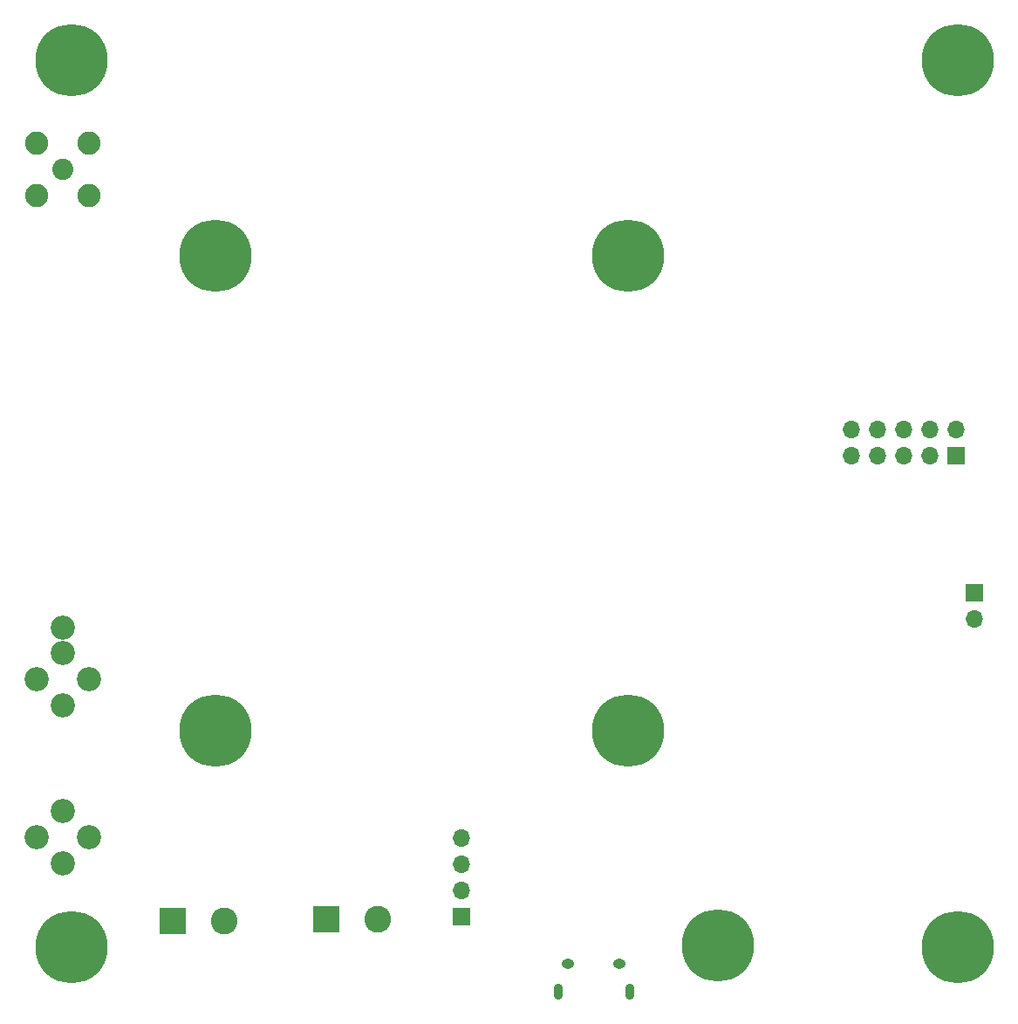
<source format=gbs>
G04 #@! TF.GenerationSoftware,KiCad,Pcbnew,5.99.0+really5.1.10+dfsg1-1*
G04 #@! TF.CreationDate,2022-04-29T12:02:54+03:00*
G04 #@! TF.ProjectId,TACNPR,5441434e-5052-42e6-9b69-6361645f7063,rev?*
G04 #@! TF.SameCoordinates,Original*
G04 #@! TF.FileFunction,Soldermask,Bot*
G04 #@! TF.FilePolarity,Negative*
%FSLAX46Y46*%
G04 Gerber Fmt 4.6, Leading zero omitted, Abs format (unit mm)*
G04 Created by KiCad (PCBNEW 5.99.0+really5.1.10+dfsg1-1) date 2022-04-29 12:02:54*
%MOMM*%
%LPD*%
G01*
G04 APERTURE LIST*
%ADD10C,2.350000*%
%ADD11O,1.700000X1.700000*%
%ADD12R,1.700000X1.700000*%
%ADD13C,2.600000*%
%ADD14R,2.600000X2.600000*%
%ADD15C,7.000000*%
%ADD16C,3.900000*%
%ADD17O,0.890000X1.550000*%
%ADD18O,1.250000X0.950000*%
%ADD19C,2.250000*%
%ADD20C,2.050000*%
G04 APERTURE END LIST*
D10*
X94996000Y-98552000D03*
X97536000Y-118872000D03*
X92456000Y-118872000D03*
X97536000Y-103552000D03*
X92456000Y-103552000D03*
X94996000Y-121412000D03*
X94996000Y-116332000D03*
X94996000Y-101012000D03*
X94996000Y-106092000D03*
D11*
X183515000Y-97726500D03*
D12*
X183515000Y-95186500D03*
D11*
X171602400Y-79375000D03*
X171602400Y-81915000D03*
X174142400Y-79375000D03*
X174142400Y-81915000D03*
X176682400Y-79375000D03*
X176682400Y-81915000D03*
X179222400Y-79375000D03*
X179222400Y-81915000D03*
X181762400Y-79375000D03*
D12*
X181762400Y-81915000D03*
D13*
X125599200Y-126898400D03*
D14*
X120599200Y-126898400D03*
D13*
X110664000Y-127050800D03*
D14*
X105664000Y-127050800D03*
D11*
X133756400Y-118973600D03*
X133756400Y-121513600D03*
X133756400Y-124053600D03*
D12*
X133756400Y-126593600D03*
D15*
X158610000Y-129415000D03*
D16*
X158610000Y-129415000D03*
D17*
X150083400Y-133888000D03*
X143083400Y-133888000D03*
D18*
X149083400Y-131188000D03*
X144083400Y-131188000D03*
D19*
X97536000Y-56642000D03*
X92456000Y-56642000D03*
X92456000Y-51562000D03*
X97536000Y-51562000D03*
D20*
X94996000Y-54102000D03*
D15*
X149864000Y-108540000D03*
D16*
X149864000Y-108540000D03*
D15*
X109864000Y-108540000D03*
D16*
X109864000Y-108540000D03*
D15*
X149864000Y-62540000D03*
D16*
X149864000Y-62540000D03*
D15*
X109864000Y-62540000D03*
D16*
X109864000Y-62540000D03*
D15*
X181864000Y-129540000D03*
D16*
X181864000Y-129540000D03*
D15*
X95864000Y-129540000D03*
D16*
X95864000Y-129540000D03*
D15*
X181864000Y-43540000D03*
D16*
X181864000Y-43540000D03*
D15*
X95864000Y-43540000D03*
D16*
X95864000Y-43540000D03*
M02*

</source>
